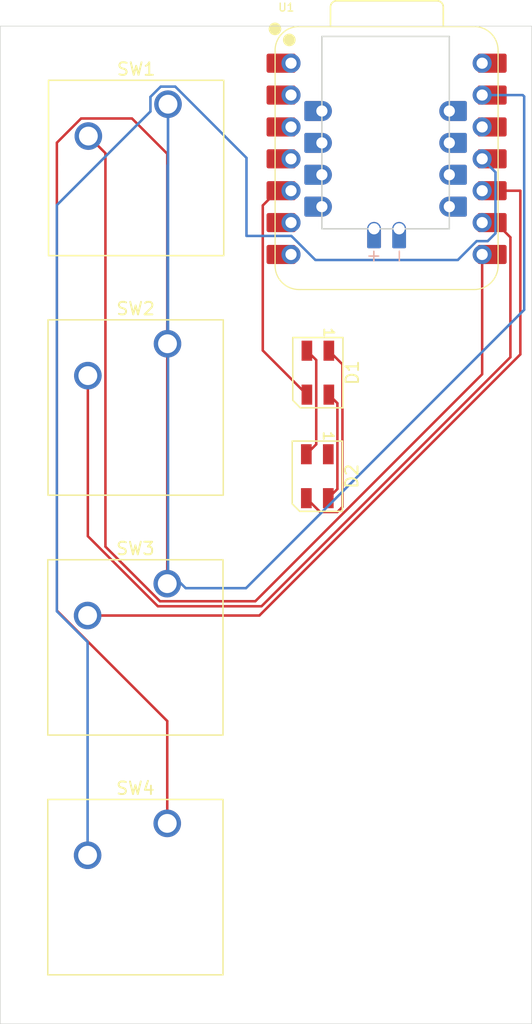
<source format=kicad_pcb>
(kicad_pcb (version 20241229) (generator "pcbnew") (generator_version "9.0")
  (layers (0 "F.Cu" signal) (2 "B.Cu" signal) (13 "F.Paste" user) (15 "B.Paste" user) (5 "F.SilkS" user "F.Silkscreen") (7 "B.SilkS" user "B.Silkscreen") (1 "F.Mask" user) (3 "B.Mask" user) (25 "Edge.Cuts" user))
  (net 0 "")
  (net 1 "Net-(D1-VSS)")
  (net 2 "Net-(D1-DOUT)")
  (net 3 "Net-(D1-DIN)")
  (net 4 "Net-(D1-VDD)")
  (net 6 "GND")
  (net 7 "Net-(U1-GPIO1{slash}RX)")
  (net 8 "Net-(U1-GPIO2{slash}SCK)")
  (net 9 "Net-(U1-GPIO4{slash}MISO)")
  (net 10 "Net-(U1-GPIO3{slash}MOSI)")
  (net 11 "+5V")
  (footprint "OPL:XIAO-RP2350-DIP" (layer "F.Cu") (at 148.28 57.1)
    (property "Reference" "U1" (at -8 -12 0) (layer "F.SilkS") (effects (font (size 0.635 0.635) (thickness 0.1016))))
    (property "Value" "XIAO-RP2040-DIP")
    (fp_line (start -8.890994 8.5725) (end -8.890994 -8.5725) (stroke (width 0.1)) (layer "F.SilkS"))
    (fp_line (start -6.985994 10.4775) (end 6.984006 10.4775) (stroke (width 0.1)) (layer "F.SilkS"))
    (fp_line (start -4.475994 -10.4865) (end -4.475278 -12.027784) (stroke (width 0.127)) (layer "F.SilkS"))
    (fp_line (start -3.975278 -12.527512) (end 4.019994 -12.527512) (stroke (width 0.127)) (layer "F.SilkS"))
    (fp_line (start 4.519994 -12.027512) (end 4.521006 -10.4835) (stroke (width 0.127)) (layer "F.SilkS"))
    (fp_line (start 6.984006 -10.4775) (end -6.985994 -10.4775) (stroke (width 0.1)) (layer "F.SilkS"))
    (fp_line (start 7.007006 -10.4745) (end -6.962994 -10.4745) (stroke (width 0.1)) (layer "F.SilkS"))
    (fp_line (start 8.889006 8.5725) (end 8.889006 -8.5725) (stroke (width 0.1)) (layer "F.SilkS"))
    (fp_arc (start -8.890994 -8.5725) (mid -8.333032 -9.919538) (end -6.985994 -10.4775) (stroke (width 0.1)) (layer "F.SilkS"))
    (fp_arc (start -6.985994 10.4775) (mid -8.333032 9.919538) (end -8.890994 8.5725) (stroke (width 0.1)) (layer "F.SilkS"))
    (fp_arc (start -4.475278 -12.027784) (mid -4.328701 -12.381119) (end -3.975278 -12.527512) (stroke (width 0.127)) (layer "F.SilkS"))
    (fp_arc (start 4.019994 -12.527512) (mid 4.373559 -12.38107) (end 4.519994 -12.027512) (stroke (width 0.127)) (layer "F.SilkS"))
    (fp_arc (start 6.984006 -10.4775) (mid 8.331044 -9.919538) (end 8.889006 -8.5725) (stroke (width 0.1)) (layer "F.SilkS"))
    (fp_arc (start 8.889006 8.5725) (mid 8.331044 9.919538) (end 6.984006 10.4775) (stroke (width 0.1)) (layer "F.SilkS"))
    (fp_circle (center -8.900994 -10.2905) (end -8.900994 -10.5445) (stroke (width 0.5)) (fill yes) (layer "F.SilkS"))
    (fp_circle (center -7.757994 -9.4105) (end -7.757994 -9.6645) (stroke (width 0.5)) (fill yes) (layer "F.SilkS"))
    (fp_line (start -1.016994 7.4295) (end -1.016994 8.1915) (stroke (width 0.12)) (layer "B.SilkS"))
    (fp_line (start -0.635994 7.8105) (end -1.397994 7.8105) (stroke (width 0.12)) (layer "B.SilkS"))
    (fp_line (start 1.015006 7.4295) (end 1.015006 8.1915) (stroke (width 0.12)) (layer "B.SilkS"))
    (fp_line (start -5.16 -9.6865) (end -5.16 5.638311) (stroke (width 0.12)) (layer "Edge.Cuts"))
    (fp_line (start -5.16 5.638311) (end 4.999006 5.638311) (stroke (width 0.12)) (layer "Edge.Cuts"))
    (fp_line (start 4.999006 -9.6865) (end -5.16 -9.6865) (stroke (width 0.12)) (layer "Edge.Cuts"))
    (fp_line (start 5 5.638311) (end 5 -9.6865) (stroke (width 0.12)) (layer "Edge.Cuts"))
    (pad "1" smd roundrect (at -8.405994 -7.5565 180) (size 2.332 1.524) (layers "F.Cu" "F.Mask") (roundrect_rratio 0.1))
    (pad "1" thru_hole circle (at -7.620994 -7.5565 180) (size 1.524 1.524) (drill 0.889) (layers "*.Cu" "*.Mask"))
    (pad "2" smd roundrect (at -8.405994 -5.0165 180) (size 2.332 1.524) (layers "F.Cu" "F.Mask") (roundrect_rratio 0.1))
    (pad "2" thru_hole circle (at -7.620994 -5.0165 180) (size 1.524 1.524) (drill 0.889) (layers "*.Cu" "*.Mask"))
    (pad "3" smd roundrect (at -8.405994 -2.4765 180) (size 2.332 1.524) (layers "F.Cu" "F.Mask") (roundrect_rratio 0.1))
    (pad "3" thru_hole circle (at -7.620994 -2.4765 180) (size 1.524 1.524) (drill 0.889) (layers "*.Cu" "*.Mask"))
    (pad "4" smd roundrect (at -8.405994 0.0635 180) (size 2.332 1.524) (layers "F.Cu" "F.Mask") (roundrect_rratio 0.1))
    (pad "4" thru_hole circle (at -7.620994 0.0635 180) (size 1.524 1.524) (drill 0.889) (layers "*.Cu" "*.Mask"))
    (pad "5" smd roundrect (at -8.405994 2.6035 180) (size 2.332 1.524) (layers "F.Cu" "F.Mask") (roundrect_rratio 0.1) (net 3 "Net-(D1-DIN)"))
    (pad "5" thru_hole circle (at -7.620994 2.6035 180) (size 1.524 1.524) (drill 0.889) (layers "*.Cu" "*.Mask") (net 3 "Net-(D1-DIN)"))
    (pad "6" smd roundrect (at -8.405994 5.1435 180) (size 2.332 1.524) (layers "F.Cu" "F.Mask") (roundrect_rratio 0.1))
    (pad "6" thru_hole circle (at -7.620994 5.1435 180) (size 1.524 1.524) (drill 0.889) (layers "*.Cu" "*.Mask"))
    (pad "7" smd roundrect (at -8.405994 7.6835 180) (size 2.332 1.524) (layers "F.Cu" "F.Mask") (roundrect_rratio 0.1))
    (pad "7" thru_hole circle (at -7.620994 7.6835 180) (size 1.524 1.524) (drill 0.889) (layers "*.Cu" "*.Mask"))
    (pad "8" thru_hole circle (at 7.619006 7.6835) (size 1.524 1.524) (drill 0.889) (layers "*.Cu" "*.Mask") (net 7 "Net-(U1-GPIO1{slash}RX)"))
    (pad "8" smd roundrect (at 8.404006 7.6835) (size 2.332 1.524) (layers "F.Cu" "F.Mask") (roundrect_rratio 0.1) (net 7 "Net-(U1-GPIO1{slash}RX)"))
    (pad "9" thru_hole circle (at 7.619006 5.1435) (size 1.524 1.524) (drill 0.889) (layers "*.Cu" "*.Mask") (net 8 "Net-(U1-GPIO2{slash}SCK)"))
    (pad "9" smd roundrect (at 8.404006 5.1435) (size 2.332 1.524) (layers "F.Cu" "F.Mask") (roundrect_rratio 0.1) (net 8 "Net-(U1-GPIO2{slash}SCK)"))
    (pad "10" thru_hole circle (at 7.619006 2.6035) (size 1.524 1.524) (drill 0.889) (layers "*.Cu" "*.Mask") (net 9 "Net-(U1-GPIO4{slash}MISO)"))
    (pad "10" smd roundrect (at 8.404006 2.6035) (size 2.332 1.524) (layers "F.Cu" "F.Mask") (roundrect_rratio 0.1) (net 9 "Net-(U1-GPIO4{slash}MISO)"))
    (pad "11" thru_hole circle (at 7.619006 0.0635) (size 1.524 1.524) (drill 0.889) (layers "*.Cu" "*.Mask") (net 10 "Net-(U1-GPIO3{slash}MOSI)"))
    (pad "11" smd roundrect (at 8.404006 0.0635) (size 2.332 1.524) (layers "F.Cu" "F.Mask") (roundrect_rratio 0.1) (net 10 "Net-(U1-GPIO3{slash}MOSI)"))
    (pad "12" thru_hole circle (at 7.619006 -2.4765) (size 1.524 1.524) (drill 0.889) (layers "*.Cu" "*.Mask"))
    (pad "12" smd roundrect (at 8.404006 -2.4765) (size 2.332 1.524) (layers "F.Cu" "F.Mask") (roundrect_rratio 0.1))
    (pad "13" thru_hole circle (at 7.619006 -5.0165) (size 1.524 1.524) (drill 0.889) (layers "*.Cu" "*.Mask") (net 6 "GND"))
    (pad "13" smd roundrect (at 8.404006 -5.0165) (size 2.332 1.524) (layers "F.Cu" "F.Mask") (roundrect_rratio 0.1) (net 6 "GND"))
    (pad "14" thru_hole circle (at 7.619006 -7.5565) (size 1.524 1.524) (drill 0.889) (layers "*.Cu" "*.Mask") (net 11 "+5V"))
    (pad "14" smd roundrect (at 8.404006 -7.5565) (size 2.332 1.524) (layers "F.Cu" "F.Mask") (roundrect_rratio 0.1) (net 11 "+5V"))
    (pad "15" thru_hole circle (at 5 -3.7465 180) (size 1.6 1.6) (drill 0.889) (layers "*.Cu" "*.Mask"))
    (pad "15" smd roundrect (at 5.699006 -3.7465) (size 1.4 1.6) (layers "F.Cu" "F.Mask") (roundrect_rratio 0.1))
    (pad "15" smd roundrect (at 5.699006 -3.7465 180) (size 1.4 1.6) (layers "B.Cu" "B.Mask" "B.Paste") (roundrect_rratio 0.1))
    (pad "16" thru_hole circle (at 5 -1.2065 180) (size 1.6 1.6) (drill 0.889) (layers "*.Cu" "*.Mask"))
    (pad "16" smd roundrect (at 5.699006 -1.2065) (size 1.4 1.6) (layers "F.Cu" "F.Mask") (roundrect_rratio 0.1))
    (pad "16" smd roundrect (at 5.699006 -1.2065 180) (size 1.4 1.6) (layers "B.Cu" "B.Mask" "B.Paste") (roundrect_rratio 0.1))
    (pad "17" thru_hole circle (at 5 1.3335 180) (size 1.6 1.6) (drill 0.889) (layers "*.Cu" "*.Mask"))
    (pad "17" smd roundrect (at 5.699006 1.3335) (size 1.4 1.6) (layers "F.Cu" "F.Mask") (roundrect_rratio 0.1))
    (pad "17" smd roundrect (at 5.699006 1.3335 180) (size 1.4 1.6) (layers "B.Cu" "B.Mask" "B.Paste") (roundrect_rratio 0.1))
    (pad "18" thru_hole circle (at 5 3.8735 180) (size 1.6 1.6) (drill 0.889) (layers "*.Cu" "*.Mask"))
    (pad "18" smd roundrect (at 5.699006 3.8735) (size 1.4 1.6) (layers "F.Cu" "F.Mask") (roundrect_rratio 0.1))
    (pad "18" smd roundrect (at 5.699006 3.8735 180) (size 1.4 1.6) (layers "B.Cu" "B.Mask" "B.Paste") (roundrect_rratio 0.1))
    (pad "19" smd roundrect (at -5.86 3.8735) (size 1.4 1.6) (layers "F.Cu" "F.Mask") (roundrect_rratio 0.1))
    (pad "19" smd roundrect (at -5.86 3.8735 180) (size 1.4 1.6) (layers "B.Cu" "B.Mask" "B.Paste") (roundrect_rratio 0.1))
    (pad "19" thru_hole circle (at -5.16 3.8735 180) (size 1.6 1.6) (drill 0.889) (layers "*.Cu" "*.Mask"))
    (pad "20" smd roundrect (at -5.86 1.3335) (size 1.4 1.6) (layers "F.Cu" "F.Mask") (roundrect_rratio 0.1))
    (pad "20" smd roundrect (at -5.86 1.3335 180) (size 1.4 1.6) (layers "B.Cu" "B.Mask" "B.Paste") (roundrect_rratio 0.1))
    (pad "20" thru_hole circle (at -5.16 1.3335 180) (size 1.6 1.6) (drill 0.889) (layers "*.Cu" "*.Mask"))
    (pad "21" smd roundrect (at -5.86 -1.2065) (size 1.4 1.6) (layers "F.Cu" "F.Mask") (roundrect_rratio 0.1))
    (pad "21" smd roundrect (at -5.86 -1.2065 180) (size 1.4 1.6) (layers "B.Cu" "B.Mask" "B.Paste") (roundrect_rratio 0.1))
    (pad "21" thru_hole circle (at -5.16 -1.2065 180) (size 1.6 1.6) (drill 0.889) (layers "*.Cu" "*.Mask"))
    (pad "22" smd roundrect (at -5.86 -3.7465) (size 1.4 1.6) (layers "F.Cu" "F.Mask") (roundrect_rratio 0.1))
    (pad "22" smd roundrect (at -5.86 -3.7465 180) (size 1.4 1.6) (layers "B.Cu" "B.Mask" "B.Paste") (roundrect_rratio 0.1))
    (pad "22" thru_hole circle (at -5.16 -3.7465 180) (size 1.6 1.6) (drill 0.889) (layers "*.Cu" "*.Mask"))
    (pad "23" thru_hole circle (at -1.000994 5.638311 180) (size 1.1 1.1) (drill 0.889) (layers "*.Cu" "*.Mask"))
    (pad "23" smd roundrect (at -1.000994 6.3935 270) (size 1.6 1.1) (layers "F.Cu" "F.Mask") (roundrect_rratio 0.1))
    (pad "23" smd roundrect (at -1.000994 6.3935 270) (size 1.6 1.1) (layers "B.Cu" "B.Mask" "B.Paste") (roundrect_rratio 0.1))
    (pad "24" thru_hole circle (at 0.999006 5.638311 180) (size 1.1 1.1) (drill 0.889) (layers "*.Cu" "*.Mask"))
    (pad "24" smd roundrect (at 0.999006 6.3935 270) (size 1.6 1.1) (layers "F.Cu" "F.Mask") (roundrect_rratio 0.1))
    (pad "24" smd roundrect (at 0.999006 6.3935 270) (size 1.6 1.1) (layers "B.Cu" "B.Mask" "B.Paste") (roundrect_rratio 0.1))
  )
  (footprint "Button_Switch_Keyboard:SW_Cherry_MX_1.00u_PCB" (layer "F.Cu") (at 130.79 91.01)
    (property "Reference" "SW3" (at -2.54 -2.794 0) (layer "F.SilkS"))
    (property "Value" "SW_Push")
    (fp_line (start -9.525 -1.905) (end 4.445 -1.905) (stroke (width 0.12)) (layer "F.SilkS"))
    (fp_line (start -9.525 12.065) (end -9.525 -1.905) (stroke (width 0.12)) (layer "F.SilkS"))
    (fp_line (start 4.445 -1.905) (end 4.445 12.065) (stroke (width 0.12)) (layer "F.SilkS"))
    (fp_line (start 4.445 12.065) (end -9.525 12.065) (stroke (width 0.12)) (layer "F.SilkS"))
    (pad "" np_thru_hole circle (at -7.62 5.08) (size 1.7 1.7) (drill 1.7) (layers "*.Cu" "*.Mask"))
    (pad "" np_thru_hole circle (at -2.54 5.08) (size 4 4) (drill 4) (layers "*.Cu" "*.Mask"))
    (pad "" np_thru_hole circle (at 2.54 5.08) (size 1.7 1.7) (drill 1.7) (layers "*.Cu" "*.Mask"))
    (pad "1" thru_hole circle (at 0 0) (size 2.2 2.2) (drill 1.5) (layers "*.Cu" "*.Mask") (net 6 "GND"))
    (pad "2" thru_hole circle (at -6.35 2.54) (size 2.2 2.2) (drill 1.5) (layers "*.Cu" "*.Mask") (net 9 "Net-(U1-GPIO4{slash}MISO)"))
  )
  (footprint "LED_SMD:LED_SK6812MINI_PLCC4_3.5x3.5mm_P1.75mm" (layer "F.Cu") (at 142.8 74.2 -90)
    (property "Reference" "D1" (at 0 -2.75 90) (layer "F.SilkS"))
    (property "Value" "SK6812MINI")
    (fp_line (start -2.8 2) (end 2.2 2) (stroke (width 0.12)) (layer "F.SilkS"))
    (fp_line (start 2.8 1.4) (end 2.2 2) (stroke (width 0.12)) (layer "F.SilkS"))
    (fp_line (start 2.8 1.4) (end 2.8 -2) (stroke (width 0.12)) (layer "F.SilkS"))
    (fp_line (start -2.8 -2) (end -2.8 2) (stroke (width 0.12)) (layer "F.SilkS"))
    (fp_line (start -2.8 -2) (end 2.8 -2) (stroke (width 0.12)) (layer "F.SilkS"))
    (fp_text user "1" (at -3.2 -0.875 270) (layer "F.SilkS") (effects (font (size 0.8 0.8))))
    (pad "1" smd rect (at -1.75 -0.875 270) (size 1.6 0.85) (layers "F.Cu" "F.Mask" "F.Paste") (net 2 "Net-(D1-DOUT)"))
    (pad "2" smd rect (at -1.75 0.875 270) (size 1.6 0.85) (layers "F.Cu" "F.Mask" "F.Paste") (net 1 "Net-(D1-VSS)"))
    (pad "3" smd rect (at 1.75 0.875 270) (size 1.6 0.85) (layers "F.Cu" "F.Mask" "F.Paste") (net 3 "Net-(D1-DIN)"))
    (pad "4" smd rect (at 1.75 -0.875 270) (size 1.6 0.85) (layers "F.Cu" "F.Mask" "F.Paste") (net 4 "Net-(D1-VDD)"))
  )
  (footprint "LED_SMD:LED_SK6812MINI_PLCC4_3.5x3.5mm_P1.75mm" (layer "F.Cu") (at 142.755 82.45 -90)
    (property "Reference" "D2" (at 0 -2.75 90) (layer "F.SilkS"))
    (property "Value" "SK6812MINI")
    (fp_line (start -2.8 2) (end 2.2 2) (stroke (width 0.12)) (layer "F.SilkS"))
    (fp_line (start 2.8 1.4) (end 2.2 2) (stroke (width 0.12)) (layer "F.SilkS"))
    (fp_line (start 2.8 1.4) (end 2.8 -2) (stroke (width 0.12)) (layer "F.SilkS"))
    (fp_line (start -2.8 -2) (end -2.8 2) (stroke (width 0.12)) (layer "F.SilkS"))
    (fp_line (start -2.8 -2) (end 2.8 -2) (stroke (width 0.12)) (layer "F.SilkS"))
    (fp_text user "1" (at -3.2 -0.875 270) (layer "F.SilkS") (effects (font (size 0.8 0.8))))
    (pad "1" smd rect (at -1.75 -0.875 270) (size 1.6 0.85) (layers "F.Cu" "F.Mask" "F.Paste"))
    (pad "2" smd rect (at -1.75 0.875 270) (size 1.6 0.85) (layers "F.Cu" "F.Mask" "F.Paste") (net 1 "Net-(D1-VSS)"))
    (pad "3" smd rect (at 1.75 0.875 270) (size 1.6 0.85) (layers "F.Cu" "F.Mask" "F.Paste") (net 2 "Net-(D1-DOUT)"))
    (pad "4" smd rect (at 1.75 -0.875 270) (size 1.6 0.85) (layers "F.Cu" "F.Mask" "F.Paste") (net 4 "Net-(D1-VDD)"))
  )
  (footprint "Button_Switch_Keyboard:SW_Cherry_MX_1.00u_PCB" (layer "F.Cu") (at 130.81 71.89625)
    (property "Reference" "SW2" (at -2.54 -2.794 0) (layer "F.SilkS"))
    (property "Value" "SW_Push")
    (fp_line (start -9.525 -1.905) (end 4.445 -1.905) (stroke (width 0.12)) (layer "F.SilkS"))
    (fp_line (start -9.525 12.065) (end -9.525 -1.905) (stroke (width 0.12)) (layer "F.SilkS"))
    (fp_line (start 4.445 -1.905) (end 4.445 12.065) (stroke (width 0.12)) (layer "F.SilkS"))
    (fp_line (start 4.445 12.065) (end -9.525 12.065) (stroke (width 0.12)) (layer "F.SilkS"))
    (pad "" np_thru_hole circle (at -7.62 5.08) (size 1.7 1.7) (drill 1.7) (layers "*.Cu" "*.Mask"))
    (pad "" np_thru_hole circle (at -2.54 5.08) (size 4 4) (drill 4) (layers "*.Cu" "*.Mask"))
    (pad "" np_thru_hole circle (at 2.54 5.08) (size 1.7 1.7) (drill 1.7) (layers "*.Cu" "*.Mask"))
    (pad "1" thru_hole circle (at 0 0) (size 2.2 2.2) (drill 1.5) (layers "*.Cu" "*.Mask") (net 6 "GND"))
    (pad "2" thru_hole circle (at -6.35 2.54) (size 2.2 2.2) (drill 1.5) (layers "*.Cu" "*.Mask") (net 8 "Net-(U1-GPIO2{slash}SCK)"))
  )
  (footprint "Button_Switch_Keyboard:SW_Cherry_MX_1.00u_PCB" (layer "F.Cu") (at 130.79 110.11)
    (property "Reference" "SW4" (at -2.54 -2.794 0) (layer "F.SilkS"))
    (property "Value" "SW_Push")
    (fp_line (start -9.525 -1.905) (end 4.445 -1.905) (stroke (width 0.12)) (layer "F.SilkS"))
    (fp_line (start -9.525 12.065) (end -9.525 -1.905) (stroke (width 0.12)) (layer "F.SilkS"))
    (fp_line (start 4.445 -1.905) (end 4.445 12.065) (stroke (width 0.12)) (layer "F.SilkS"))
    (fp_line (start 4.445 12.065) (end -9.525 12.065) (stroke (width 0.12)) (layer "F.SilkS"))
    (pad "" np_thru_hole circle (at -7.62 5.08) (size 1.7 1.7) (drill 1.7) (layers "*.Cu" "*.Mask"))
    (pad "" np_thru_hole circle (at -2.54 5.08) (size 4 4) (drill 4) (layers "*.Cu" "*.Mask"))
    (pad "" np_thru_hole circle (at 2.54 5.08) (size 1.7 1.7) (drill 1.7) (layers "*.Cu" "*.Mask"))
    (pad "1" thru_hole circle (at 0 0) (size 2.2 2.2) (drill 1.5) (layers "*.Cu" "*.Mask") (net 6 "GND"))
    (pad "2" thru_hole circle (at -6.35 2.54) (size 2.2 2.2) (drill 1.5) (layers "*.Cu" "*.Mask") (net 10 "Net-(U1-GPIO3{slash}MOSI)"))
  )
  (footprint "Button_Switch_Keyboard:SW_Cherry_MX_1.00u_PCB" (layer "F.Cu") (at 130.85 52.81)
    (property "Reference" "SW1" (at -2.54 -2.794 0) (layer "F.SilkS"))
    (property "Value" "SW_Push")
    (fp_line (start -9.525 -1.905) (end 4.445 -1.905) (stroke (width 0.12)) (layer "F.SilkS"))
    (fp_line (start -9.525 12.065) (end -9.525 -1.905) (stroke (width 0.12)) (layer "F.SilkS"))
    (fp_line (start 4.445 -1.905) (end 4.445 12.065) (stroke (width 0.12)) (layer "F.SilkS"))
    (fp_line (start 4.445 12.065) (end -9.525 12.065) (stroke (width 0.12)) (layer "F.SilkS"))
    (pad "" np_thru_hole circle (at -7.62 5.08) (size 1.7 1.7) (drill 1.7) (layers "*.Cu" "*.Mask"))
    (pad "" np_thru_hole circle (at -2.54 5.08) (size 4 4) (drill 4) (layers "*.Cu" "*.Mask"))
    (pad "" np_thru_hole circle (at 2.54 5.08) (size 1.7 1.7) (drill 1.7) (layers "*.Cu" "*.Mask"))
    (pad "1" thru_hole circle (at 0 0) (size 2.2 2.2) (drill 1.5) (layers "*.Cu" "*.Mask") (net 6 "GND"))
    (pad "2" thru_hole circle (at -6.35 2.54) (size 2.2 2.2) (drill 1.5) (layers "*.Cu" "*.Mask") (net 7 "Net-(U1-GPIO1{slash}RX)"))
  )
  (gr_rect (start 117.48 46.59) (end 159.85 126.08) (stroke (width 0.05)) (fill no) (layer "Edge.Cuts"))
  (segment (start 142.67 73.195) (end 142.67 79.91) (width 0.2) (layer "F.Cu") (net 1))
  (segment (start 141.925 72.45) (end 142.67 73.195) (width 0.2) (layer "F.Cu") (net 1))
  (segment (start 142.67 79.91) (end 141.88 80.7) (width 0.2) (layer "F.Cu") (net 1))
  (segment (start 143.675 72.45) (end 144.757 73.532) (width 0.2) (layer "F.Cu") (net 2))
  (segment (start 142.981 85.301) (end 141.88 84.2) (width 0.2) (layer "F.Cu") (net 2))
  (segment (start 144.757 73.532) (end 144.757 84.9) (width 0.2) (layer "F.Cu") (net 2))
  (segment (start 144.356 85.301) (end 142.981 85.301) (width 0.2) (layer "F.Cu") (net 2))
  (segment (start 144.757 84.9) (end 144.356 85.301) (width 0.2) (layer "F.Cu") (net 2))
  (segment (start 139.581376 59.7035) (end 140.659006 59.7035) (width 0.2) (layer "F.Cu") (net 3))
  (segment (start 141.925 75.95) (end 138.407006 72.432006) (width 0.2) (layer "F.Cu") (net 3))
  (segment (start 138.407006 72.432006) (end 138.407006 60.87787) (width 0.2) (layer "F.Cu") (net 3))
  (segment (start 138.407006 60.87787) (end 139.581376 59.7035) (width 0.2) (layer "F.Cu") (net 3))
  (segment (start 144.356 83.474) (end 144.356 76.631) (width 0.2) (layer "F.Cu") (net 4))
  (segment (start 144.356 76.631) (end 143.675 75.95) (width 0.2) (layer "F.Cu") (net 4))
  (segment (start 143.63 84.2) (end 144.356 83.474) (width 0.2) (layer "F.Cu") (net 4))
  (segment (start 121.989 93.153816) (end 130.79 101.954816) (width 0.2) (layer "F.Cu") (net 6))
  (segment (start 130.81 71.89625) (end 130.81 90.99) (width 0.2) (layer "F.Cu") (net 6))
  (segment (start 130.79 101.954816) (end 130.79 110.11) (width 0.2) (layer "F.Cu") (net 6))
  (segment (start 130.81 90.99) (end 130.79 91.01) (width 0.2) (layer "F.Cu") (net 6))
  (segment (start 123.919686 53.949) (end 121.989 55.879686) (width 0.2) (layer "F.Cu") (net 6))
  (segment (start 121.989 55.879686) (end 121.989 93.153816) (width 0.2) (layer "F.Cu") (net 6))
  (segment (start 130.79 56.76) (end 127.979 53.949) (width 0.2) (layer "F.Cu") (net 6))
  (segment (start 130.79 91.01) (end 130.79 56.76) (width 0.2) (layer "F.Cu") (net 6))
  (segment (start 127.979 53.949) (end 123.919686 53.949) (width 0.2) (layer "F.Cu") (net 6))
  (segment (start 130.81 57.68) (end 130.81 71.89625) (width 0.2) (layer "B.Cu") (net 6))
  (segment (start 130.85 90.95) (end 130.79 91.01) (width 0.2) (layer "B.Cu") (net 6))
  (segment (start 137.07 91.37) (end 159.249 69.191) (width 0.2) (layer "B.Cu") (net 6))
  (segment (start 130.85 89.96) (end 132.26 91.37) (width 0.2) (layer "B.Cu") (net 6))
  (segment (start 130.85 52.81) (end 130.85 89.96) (width 0.2) (layer "B.Cu") (net 6))
  (segment (start 159.1325 52.0835) (end 155.899006 52.0835) (width 0.2) (layer "B.Cu") (net 6))
  (segment (start 130.85 52.81) (end 130.85 57.64) (width 0.2) (layer "B.Cu") (net 6))
  (segment (start 159.249 69.191) (end 159.249 52.2) (width 0.2) (layer "B.Cu") (net 6))
  (segment (start 159.249 52.2) (end 159.1325 52.0835) (width 0.2) (layer "B.Cu") (net 6))
  (segment (start 130.85 57.64) (end 130.81 57.68) (width 0.2) (layer "B.Cu") (net 6))
  (segment (start 130.85 52.81) (end 130.85 90.95) (width 0.2) (layer "B.Cu") (net 6))
  (segment (start 132.26 91.37) (end 137.07 91.37) (width 0.2) (layer "B.Cu") (net 6))
  (segment (start 155.899006 64.7835) (end 155.899006 74.325094) (width 0.2) (layer "F.Cu") (net 7))
  (segment (start 155.899006 74.325094) (end 137.8131 92.411) (width 0.2) (layer "F.Cu") (net 7))
  (segment (start 137.8131 92.411) (end 130.209686 92.411) (width 0.2) (layer "F.Cu") (net 7))
  (segment (start 125.861 56.711) (end 124.5 55.35) (width 0.2) (layer "F.Cu") (net 7))
  (segment (start 125.861 88.062314) (end 125.861 56.711) (width 0.2) (layer "F.Cu") (net 7))
  (segment (start 130.209686 92.411) (end 125.861 88.062314) (width 0.2) (layer "F.Cu") (net 7))
  (segment (start 138.30647 92.812) (end 130.043586 92.812) (width 0.2) (layer "F.Cu") (net 8))
  (segment (start 158.151006 63.41787) (end 158.151006 72.967464) (width 0.2) (layer "F.Cu") (net 8))
  (segment (start 130.043586 92.812) (end 124.46 87.228414) (width 0.2) (layer "F.Cu") (net 8))
  (segment (start 158.151006 72.967464) (end 138.30647 92.812) (width 0.2) (layer "F.Cu") (net 8))
  (segment (start 156.976636 62.2435) (end 158.151006 63.41787) (width 0.2) (layer "F.Cu") (net 8))
  (segment (start 155.899006 62.2435) (end 156.976636 62.2435) (width 0.2) (layer "F.Cu") (net 8))
  (segment (start 124.46 87.228414) (end 124.46 74.43625) (width 0.2) (layer "F.Cu") (net 8))
  (segment (start 158.9435 59.7035) (end 158.9435 72.74207) (width 0.2) (layer "F.Cu") (net 9))
  (segment (start 138.13557 93.55) (end 124.44 93.55) (width 0.2) (layer "F.Cu") (net 9))
  (segment (start 155.899006 59.7035) (end 158.9435 59.7035) (width 0.2) (layer "F.Cu") (net 9))
  (segment (start 158.9435 72.74207) (end 138.13557 93.55) (width 0.2) (layer "F.Cu") (net 9))
  (segment (start 140.685316 63.3065) (end 137.10803 63.3065) (width 0.2) (layer "B.Cu") (net 10))
  (segment (start 155.458696 63.7205) (end 153.955386 65.22381) (width 0.2) (layer "B.Cu") (net 10))
  (segment (start 137.10803 63.3065) (end 137.10803 57.086716) (width 0.2) (layer "B.Cu") (net 10))
  (segment (start 156.339316 63.7205) (end 155.458696 63.7205) (width 0.2) (layer "B.Cu") (net 10))
  (segment (start 121.989 60.850314) (end 121.989 93.21053) (width 0.2) (layer "B.Cu") (net 10))
  (segment (start 153.955386 65.22381) (end 142.602626 65.22381) (width 0.2) (layer "B.Cu") (net 10))
  (segment (start 142.602626 65.22381) (end 140.685316 63.3065) (width 0.2) (layer "B.Cu") (net 10))
  (segment (start 129.449 52.229686) (end 129.449 53.390314) (width 0.2) (layer "B.Cu") (net 10))
  (segment (start 156.962006 63.09781) (end 156.339316 63.7205) (width 0.2) (layer "B.Cu") (net 10))
  (segment (start 137.10803 57.086716) (end 131.430314 51.409) (width 0.2) (layer "B.Cu") (net 10))
  (segment (start 129.449 53.390314) (end 121.989 60.850314) (width 0.2) (layer "B.Cu") (net 10))
  (segment (start 130.269686 51.409) (end 129.449 52.229686) (width 0.2) (layer "B.Cu") (net 10))
  (segment (start 131.430314 51.409) (end 130.269686 51.409) (width 0.2) (layer "B.Cu") (net 10))
  (segment (start 124.44 95.66153) (end 124.44 112.65) (width 0.2) (layer "B.Cu") (net 10))
  (segment (start 155.899006 57.1635) (end 156.962006 58.2265) (width 0.2) (layer "B.Cu") (net 10))
  (segment (start 121.989 93.21053) (end 124.44 95.66153) (width 0.2) (layer "B.Cu") (net 10))
  (segment (start 156.962006 58.2265) (end 156.962006 63.09781) (width 0.2) (layer "B.Cu") (net 10))
)
</source>
